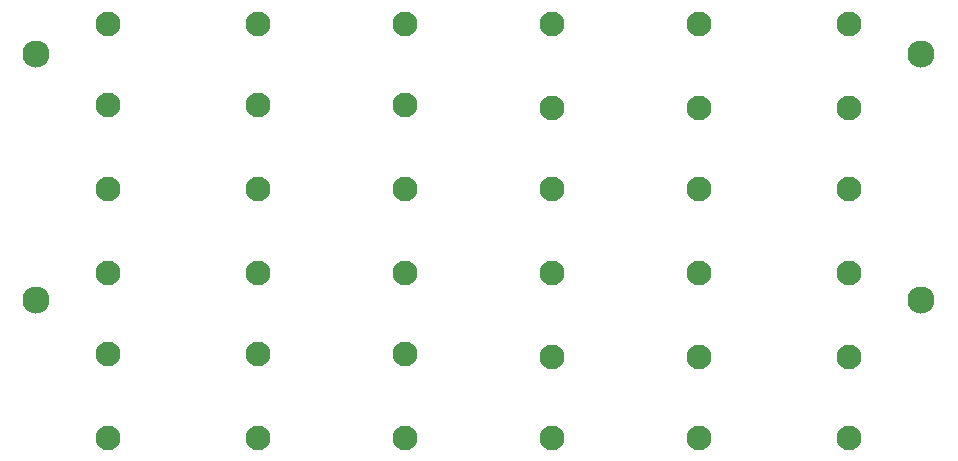
<source format=gbr>
%TF.GenerationSoftware,KiCad,Pcbnew,(5.1.6)-1*%
%TF.CreationDate,2020-07-06T13:03:39-04:00*%
%TF.ProjectId,HVPatchBoard,48565061-7463-4684-926f-6172642e6b69,rev?*%
%TF.SameCoordinates,Original*%
%TF.FileFunction,Soldermask,Top*%
%TF.FilePolarity,Negative*%
%FSLAX46Y46*%
G04 Gerber Fmt 4.6, Leading zero omitted, Abs format (unit mm)*
G04 Created by KiCad (PCBNEW (5.1.6)-1) date 2020-07-06 13:03:39*
%MOMM*%
%LPD*%
G01*
G04 APERTURE LIST*
%ADD10C,2.100000*%
%ADD11C,2.300000*%
G04 APERTURE END LIST*
D10*
%TO.C,J4*%
X122174000Y-66802000D03*
%TD*%
%TO.C,J3*%
X122174000Y-73914000D03*
%TD*%
%TO.C,J5*%
X122174000Y-59944000D03*
%TD*%
%TO.C,J6*%
X122174000Y-52832000D03*
%TD*%
%TO.C,J1*%
X122174000Y-87884000D03*
%TD*%
%TO.C,J2*%
X122174000Y-81026000D03*
%TD*%
%TO.C,J4*%
X97028000Y-66802000D03*
%TD*%
%TO.C,J4*%
X109474000Y-66802000D03*
%TD*%
%TO.C,J3*%
X109474000Y-73914000D03*
%TD*%
%TO.C,J6*%
X109474000Y-52832000D03*
%TD*%
%TO.C,J1*%
X109474000Y-87884000D03*
%TD*%
%TO.C,J1*%
X97028000Y-87884000D03*
%TD*%
%TO.C,J2*%
X109474000Y-81026000D03*
%TD*%
%TO.C,J5*%
X109474000Y-59944000D03*
%TD*%
%TO.C,J5*%
X97028000Y-59944000D03*
%TD*%
%TO.C,J2*%
X97028000Y-81026000D03*
%TD*%
%TO.C,J6*%
X97028000Y-52832000D03*
%TD*%
%TO.C,J3*%
X97028000Y-73914000D03*
%TD*%
%TO.C,J4*%
X84582000Y-73914000D03*
%TD*%
%TO.C,J4*%
X72136000Y-73914000D03*
%TD*%
%TO.C,J3*%
X84582000Y-66802000D03*
%TD*%
%TO.C,J3*%
X72136000Y-66802000D03*
%TD*%
%TO.C,J5*%
X84582000Y-80772000D03*
%TD*%
%TO.C,J5*%
X72136000Y-80772000D03*
%TD*%
%TO.C,J6*%
X84582000Y-87884000D03*
%TD*%
%TO.C,J6*%
X72136000Y-87884000D03*
%TD*%
%TO.C,J1*%
X84582000Y-52832000D03*
%TD*%
%TO.C,J1*%
X72136000Y-52832000D03*
%TD*%
%TO.C,J2*%
X84582000Y-59690000D03*
%TD*%
%TO.C,J2*%
X72136000Y-59690000D03*
%TD*%
D11*
%TO.C,J46*%
X53340000Y-76200000D03*
%TD*%
%TO.C,J45*%
X128270000Y-76200000D03*
%TD*%
%TO.C,J44*%
X128270000Y-55372000D03*
%TD*%
%TO.C,J43*%
X53340000Y-55372000D03*
%TD*%
D10*
%TO.C,J6*%
X59436000Y-87884000D03*
%TD*%
%TO.C,J5*%
X59436000Y-80772000D03*
%TD*%
%TO.C,J4*%
X59436000Y-73914000D03*
%TD*%
%TO.C,J3*%
X59436000Y-66802000D03*
%TD*%
%TO.C,J2*%
X59436000Y-59690000D03*
%TD*%
%TO.C,J1*%
X59436000Y-52832000D03*
%TD*%
M02*

</source>
